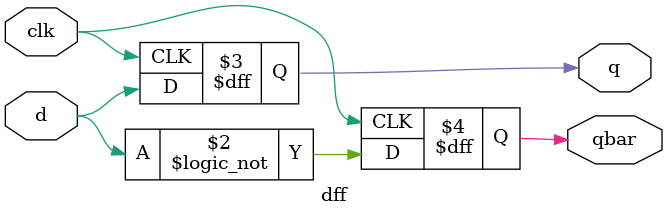
<source format=v>
module dff(
    input d, clk,
    output q, qbar
);
    parameter delay=1, diffdelay=0;

    reg q, qbar;

    always @ (posedge clk)
    begin
        #delay;
        q <= d;
        #diffdelay;
        qbar <= !d;
    end

endmodule
</source>
